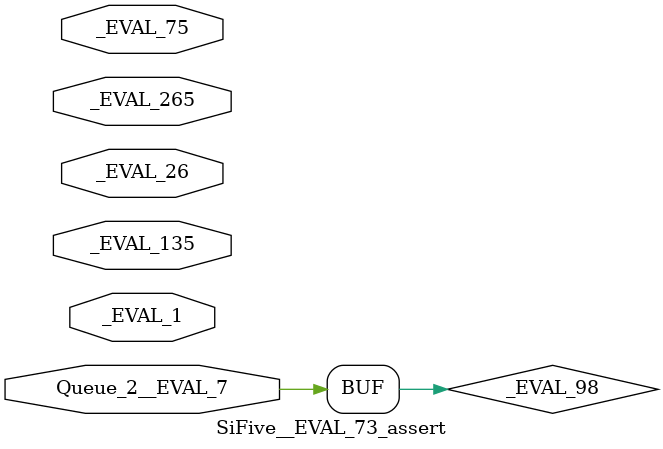
<source format=sv>
module SiFive__EVAL_73_assert(
  input        _EVAL_1,
  input        _EVAL_26,
  input        _EVAL_135,
  input        _EVAL_75,
  input  [8:0] _EVAL_265,
  input        Queue_2__EVAL_7
);
  wire  _EVAL_306;
  wire  _EVAL_184;
  wire  _EVAL_370;
  wire  _EVAL_195;
  wire  _EVAL_98;
  wire  _EVAL_365;
  wire  _EVAL_99;
  wire  _EVAL_400;
  wire  _EVAL_122;
  wire  _EVAL_359;
  wire  _EVAL_100;
  wire  _EVAL_293;
  wire  _EVAL_314;
  assign _EVAL_306 = _EVAL_75 == 1'h0;
  assign _EVAL_184 = _EVAL_265 != 9'h0;
  assign _EVAL_370 = _EVAL_306 | _EVAL_184;
  assign _EVAL_195 = _EVAL_135 == 1'h0;
  assign _EVAL_98 = Queue_2__EVAL_7;
  assign _EVAL_365 = _EVAL_98 == 1'h0;
  assign _EVAL_99 = _EVAL_195 | _EVAL_365;
  assign _EVAL_400 = _EVAL_265 == 9'h1;
  assign _EVAL_122 = _EVAL_99 | _EVAL_400;
  assign _EVAL_359 = _EVAL_122 | _EVAL_26;
  assign _EVAL_100 = _EVAL_359 == 1'h0;
  assign _EVAL_293 = _EVAL_370 | _EVAL_26;
  assign _EVAL_314 = _EVAL_293 == 1'h0;
  always @(posedge _EVAL_1) begin
    `ifndef SYNTHESIS
    `ifdef STOP_COND
      if (`STOP_COND) begin
    `endif
        if (_EVAL_100) begin
          $fatal;
        end
    `ifdef STOP_COND
      end
    `endif
    `endif // SYNTHESIS
    `ifndef SYNTHESIS
    `ifdef PRINTF_COND
      if (`PRINTF_COND) begin
    `endif
        if (_EVAL_100) begin
          $fwrite(32'h80000002,"Obfuscated Simulation Output(ec362c00)\n");
        end
    `ifdef PRINTF_COND
      end
    `endif
    `endif // SYNTHESIS
    `ifndef SYNTHESIS
    `ifdef STOP_COND
      if (`STOP_COND) begin
    `endif
        if (_EVAL_314) begin
          $fatal;
        end
    `ifdef STOP_COND
      end
    `endif
    `endif // SYNTHESIS
    `ifndef SYNTHESIS
    `ifdef PRINTF_COND
      if (`PRINTF_COND) begin
    `endif
        if (_EVAL_314) begin
          $fwrite(32'h80000002,"Obfuscated Simulation Output(eb996604)\n");
        end
    `ifdef PRINTF_COND
      end
    `endif
    `endif // SYNTHESIS
  end

endmodule

</source>
